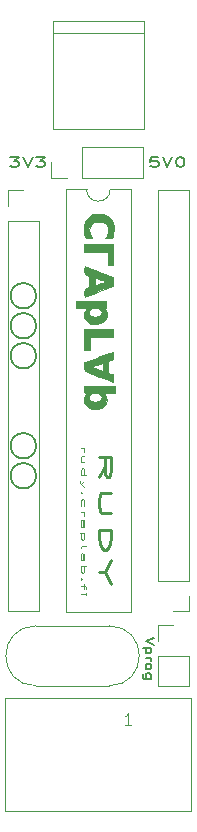
<source format=gto>
G04 #@! TF.FileFunction,Legend,Top*
%FSLAX46Y46*%
G04 Gerber Fmt 4.6, Leading zero omitted, Abs format (unit mm)*
G04 Created by KiCad (PCBNEW 4.0.7-e1-6374~58~ubuntu16.04.1) date Thu Aug 10 00:36:04 2017*
%MOMM*%
%LPD*%
G01*
G04 APERTURE LIST*
%ADD10C,0.100000*%
%ADD11C,0.200000*%
%ADD12C,0.175000*%
%ADD13C,0.250000*%
%ADD14C,0.120000*%
%ADD15C,0.010000*%
G04 APERTURE END LIST*
D10*
D11*
X70927631Y-93980000D02*
G75*
G03X70927631Y-93980000I-1077631J0D01*
G01*
X70927631Y-91440000D02*
G75*
G03X70927631Y-91440000I-1077631J0D01*
G01*
X70927631Y-83820000D02*
G75*
G03X70927631Y-83820000I-1077631J0D01*
G01*
X70927631Y-81280000D02*
G75*
G03X70927631Y-81280000I-1077631J0D01*
G01*
X70927631Y-78740000D02*
G75*
G03X70927631Y-78740000I-1077631J0D01*
G01*
D12*
X80901333Y-107673999D02*
X80201333Y-107973999D01*
X80901333Y-108273999D01*
X80668000Y-108574000D02*
X79968000Y-108574000D01*
X80634667Y-108574000D02*
X80668000Y-108659714D01*
X80668000Y-108831143D01*
X80634667Y-108916857D01*
X80601333Y-108959714D01*
X80534667Y-109002571D01*
X80334667Y-109002571D01*
X80268000Y-108959714D01*
X80234667Y-108916857D01*
X80201333Y-108831143D01*
X80201333Y-108659714D01*
X80234667Y-108574000D01*
X80201333Y-109388286D02*
X80668000Y-109388286D01*
X80534667Y-109388286D02*
X80601333Y-109431143D01*
X80634667Y-109474000D01*
X80668000Y-109559714D01*
X80668000Y-109645429D01*
X80201333Y-110074000D02*
X80234667Y-109988286D01*
X80268000Y-109945429D01*
X80334667Y-109902572D01*
X80534667Y-109902572D01*
X80601333Y-109945429D01*
X80634667Y-109988286D01*
X80668000Y-110074000D01*
X80668000Y-110202572D01*
X80634667Y-110288286D01*
X80601333Y-110331143D01*
X80534667Y-110374000D01*
X80334667Y-110374000D01*
X80268000Y-110331143D01*
X80234667Y-110288286D01*
X80201333Y-110202572D01*
X80201333Y-110074000D01*
X80668000Y-111145429D02*
X80101333Y-111145429D01*
X80034667Y-111102572D01*
X80001333Y-111059715D01*
X79968000Y-110974000D01*
X79968000Y-110845429D01*
X80001333Y-110759715D01*
X80234667Y-111145429D02*
X80201333Y-111059715D01*
X80201333Y-110888286D01*
X80234667Y-110802572D01*
X80268000Y-110759715D01*
X80334667Y-110716858D01*
X80534667Y-110716858D01*
X80601333Y-110759715D01*
X80634667Y-110802572D01*
X80668000Y-110888286D01*
X80668000Y-111059715D01*
X80634667Y-111145429D01*
D11*
X81242001Y-66998905D02*
X80670572Y-66998905D01*
X80613429Y-67379857D01*
X80670572Y-67341762D01*
X80784858Y-67303667D01*
X81070572Y-67303667D01*
X81184858Y-67341762D01*
X81242001Y-67379857D01*
X81299144Y-67456048D01*
X81299144Y-67646524D01*
X81242001Y-67722714D01*
X81184858Y-67760810D01*
X81070572Y-67798905D01*
X80784858Y-67798905D01*
X80670572Y-67760810D01*
X80613429Y-67722714D01*
X81642001Y-66998905D02*
X82042001Y-67798905D01*
X82442001Y-66998905D01*
X83070572Y-66998905D02*
X83184857Y-66998905D01*
X83299143Y-67037000D01*
X83356286Y-67075095D01*
X83413429Y-67151286D01*
X83470572Y-67303667D01*
X83470572Y-67494143D01*
X83413429Y-67646524D01*
X83356286Y-67722714D01*
X83299143Y-67760810D01*
X83184857Y-67798905D01*
X83070572Y-67798905D01*
X82956286Y-67760810D01*
X82899143Y-67722714D01*
X82842000Y-67646524D01*
X82784857Y-67494143D01*
X82784857Y-67303667D01*
X82842000Y-67151286D01*
X82899143Y-67075095D01*
X82956286Y-67037000D01*
X83070572Y-66998905D01*
X68745287Y-66998905D02*
X69488144Y-66998905D01*
X69088144Y-67303667D01*
X69259572Y-67303667D01*
X69373858Y-67341762D01*
X69431001Y-67379857D01*
X69488144Y-67456048D01*
X69488144Y-67646524D01*
X69431001Y-67722714D01*
X69373858Y-67760810D01*
X69259572Y-67798905D01*
X68916715Y-67798905D01*
X68802429Y-67760810D01*
X68745287Y-67722714D01*
X69831001Y-66998905D02*
X70231001Y-67798905D01*
X70631001Y-66998905D01*
X70916715Y-66998905D02*
X71659572Y-66998905D01*
X71259572Y-67303667D01*
X71431000Y-67303667D01*
X71545286Y-67341762D01*
X71602429Y-67379857D01*
X71659572Y-67456048D01*
X71659572Y-67646524D01*
X71602429Y-67722714D01*
X71545286Y-67760810D01*
X71431000Y-67798905D01*
X71088143Y-67798905D01*
X70973857Y-67760810D01*
X70916715Y-67722714D01*
D10*
X74749048Y-91590001D02*
X75015714Y-91590001D01*
X74939524Y-91590001D02*
X74977619Y-91647144D01*
X74996667Y-91704287D01*
X75015714Y-91818573D01*
X75015714Y-91932858D01*
X75015714Y-92847144D02*
X74749048Y-92847144D01*
X75015714Y-92332858D02*
X74806190Y-92332858D01*
X74768095Y-92390001D01*
X74749048Y-92504287D01*
X74749048Y-92675715D01*
X74768095Y-92790001D01*
X74787143Y-92847144D01*
X74749048Y-93932858D02*
X75149048Y-93932858D01*
X74768095Y-93932858D02*
X74749048Y-93818572D01*
X74749048Y-93590001D01*
X74768095Y-93475715D01*
X74787143Y-93418572D01*
X74825238Y-93361429D01*
X74939524Y-93361429D01*
X74977619Y-93418572D01*
X74996667Y-93475715D01*
X75015714Y-93590001D01*
X75015714Y-93818572D01*
X74996667Y-93932858D01*
X75015714Y-94390001D02*
X74749048Y-94675715D01*
X75015714Y-94961429D02*
X74749048Y-94675715D01*
X74653810Y-94561429D01*
X74634762Y-94504286D01*
X74615714Y-94390001D01*
X74787143Y-95418572D02*
X74768095Y-95475715D01*
X74749048Y-95418572D01*
X74768095Y-95361429D01*
X74787143Y-95418572D01*
X74749048Y-95418572D01*
X74768095Y-96504287D02*
X74749048Y-96390001D01*
X74749048Y-96161430D01*
X74768095Y-96047144D01*
X74787143Y-95990001D01*
X74825238Y-95932858D01*
X74939524Y-95932858D01*
X74977619Y-95990001D01*
X74996667Y-96047144D01*
X75015714Y-96161430D01*
X75015714Y-96390001D01*
X74996667Y-96504287D01*
X74749048Y-97018572D02*
X75015714Y-97018572D01*
X74939524Y-97018572D02*
X74977619Y-97075715D01*
X74996667Y-97132858D01*
X75015714Y-97247144D01*
X75015714Y-97361429D01*
X74749048Y-98275715D02*
X74958571Y-98275715D01*
X74996667Y-98218572D01*
X75015714Y-98104286D01*
X75015714Y-97875715D01*
X74996667Y-97761429D01*
X74768095Y-98275715D02*
X74749048Y-98161429D01*
X74749048Y-97875715D01*
X74768095Y-97761429D01*
X74806190Y-97704286D01*
X74844286Y-97704286D01*
X74882381Y-97761429D01*
X74901429Y-97875715D01*
X74901429Y-98161429D01*
X74920476Y-98275715D01*
X75015714Y-98847143D02*
X74615714Y-98847143D01*
X74996667Y-98847143D02*
X75015714Y-98961429D01*
X75015714Y-99190000D01*
X74996667Y-99304286D01*
X74977619Y-99361429D01*
X74939524Y-99418572D01*
X74825238Y-99418572D01*
X74787143Y-99361429D01*
X74768095Y-99304286D01*
X74749048Y-99190000D01*
X74749048Y-98961429D01*
X74768095Y-98847143D01*
X74749048Y-100104286D02*
X74768095Y-99990000D01*
X74806190Y-99932857D01*
X75149048Y-99932857D01*
X74749048Y-101075714D02*
X74958571Y-101075714D01*
X74996667Y-101018571D01*
X75015714Y-100904285D01*
X75015714Y-100675714D01*
X74996667Y-100561428D01*
X74768095Y-101075714D02*
X74749048Y-100961428D01*
X74749048Y-100675714D01*
X74768095Y-100561428D01*
X74806190Y-100504285D01*
X74844286Y-100504285D01*
X74882381Y-100561428D01*
X74901429Y-100675714D01*
X74901429Y-100961428D01*
X74920476Y-101075714D01*
X74749048Y-101647142D02*
X75149048Y-101647142D01*
X74996667Y-101647142D02*
X75015714Y-101761428D01*
X75015714Y-101989999D01*
X74996667Y-102104285D01*
X74977619Y-102161428D01*
X74939524Y-102218571D01*
X74825238Y-102218571D01*
X74787143Y-102161428D01*
X74768095Y-102104285D01*
X74749048Y-101989999D01*
X74749048Y-101761428D01*
X74768095Y-101647142D01*
X74787143Y-102732856D02*
X74768095Y-102789999D01*
X74749048Y-102732856D01*
X74768095Y-102675713D01*
X74787143Y-102732856D01*
X74749048Y-102732856D01*
X75015714Y-103132857D02*
X75015714Y-103590000D01*
X74749048Y-103304285D02*
X75091905Y-103304285D01*
X75130000Y-103361428D01*
X75149048Y-103475714D01*
X75149048Y-103590000D01*
X74749048Y-103989999D02*
X75015714Y-103989999D01*
X75149048Y-103989999D02*
X75130000Y-103932856D01*
X75110952Y-103989999D01*
X75130000Y-104047142D01*
X75149048Y-103989999D01*
X75110952Y-103989999D01*
D13*
X76255619Y-94122571D02*
X76731810Y-93122571D01*
X76255619Y-92408286D02*
X77255619Y-92408286D01*
X77255619Y-93551143D01*
X77208000Y-93836857D01*
X77160381Y-93979714D01*
X77065143Y-94122571D01*
X76922286Y-94122571D01*
X76827048Y-93979714D01*
X76779429Y-93836857D01*
X76731810Y-93551143D01*
X76731810Y-92408286D01*
X77255619Y-95408286D02*
X76446095Y-95408286D01*
X76350857Y-95551143D01*
X76303238Y-95694000D01*
X76255619Y-95979714D01*
X76255619Y-96551143D01*
X76303238Y-96836857D01*
X76350857Y-96979714D01*
X76446095Y-97122571D01*
X77255619Y-97122571D01*
X76255619Y-98551143D02*
X77255619Y-98551143D01*
X77255619Y-99265428D01*
X77208000Y-99694000D01*
X77112762Y-99979714D01*
X77017524Y-100122571D01*
X76827048Y-100265428D01*
X76684190Y-100265428D01*
X76493714Y-100122571D01*
X76398476Y-99979714D01*
X76303238Y-99694000D01*
X76255619Y-99265428D01*
X76255619Y-98551143D01*
X76731810Y-102122571D02*
X76255619Y-102122571D01*
X77255619Y-101122571D02*
X76731810Y-102122571D01*
X77255619Y-103122571D01*
D14*
X84070000Y-122402000D02*
X68330000Y-122402000D01*
X68330000Y-122402000D02*
X68330000Y-112802000D01*
X68330000Y-112802000D02*
X84070000Y-112802000D01*
X84070000Y-112802000D02*
X84070000Y-122402000D01*
X75200000Y-69730000D02*
X73430000Y-69730000D01*
X73430000Y-69730000D02*
X73430000Y-105530000D01*
X73430000Y-105530000D02*
X78970000Y-105530000D01*
X78970000Y-105530000D02*
X78970000Y-69730000D01*
X78970000Y-69730000D02*
X77200000Y-69730000D01*
X77200000Y-69730000D02*
G75*
G02X75200000Y-69730000I-1000000J0D01*
G01*
X77139000Y-111745000D02*
X70889000Y-111745000D01*
X77139000Y-106695000D02*
X70889000Y-106695000D01*
X77139000Y-106695000D02*
G75*
G02X77139000Y-111745000I0J-2525000D01*
G01*
X70889000Y-106695000D02*
G75*
G03X70889000Y-111745000I0J-2525000D01*
G01*
X79943000Y-68767000D02*
X79943000Y-66107000D01*
X74803000Y-68767000D02*
X79943000Y-68767000D01*
X74803000Y-66107000D02*
X79943000Y-66107000D01*
X74803000Y-68767000D02*
X74803000Y-66107000D01*
X73533000Y-68767000D02*
X72203000Y-68767000D01*
X72203000Y-68767000D02*
X72203000Y-67437000D01*
X81220000Y-111820000D02*
X83880000Y-111820000D01*
X81220000Y-109220000D02*
X81220000Y-111820000D01*
X83880000Y-109220000D02*
X83880000Y-111820000D01*
X81220000Y-109220000D02*
X83880000Y-109220000D01*
X81220000Y-107950000D02*
X81220000Y-106620000D01*
X81220000Y-106620000D02*
X82550000Y-106620000D01*
X68520000Y-72390000D02*
X68520000Y-105470000D01*
X68520000Y-105470000D02*
X71180000Y-105470000D01*
X71180000Y-105470000D02*
X71180000Y-72390000D01*
X71180000Y-72390000D02*
X68520000Y-72390000D01*
X68520000Y-71120000D02*
X68520000Y-69790000D01*
X68520000Y-69790000D02*
X69850000Y-69790000D01*
X83880000Y-102870000D02*
X83880000Y-69790000D01*
X83880000Y-69790000D02*
X81220000Y-69790000D01*
X81220000Y-69790000D02*
X81220000Y-102870000D01*
X81220000Y-102870000D02*
X83880000Y-102870000D01*
X83880000Y-104140000D02*
X83880000Y-105470000D01*
X83880000Y-105470000D02*
X82550000Y-105470000D01*
X80050000Y-56456000D02*
X72350000Y-56456000D01*
X80050000Y-55456000D02*
X72350000Y-55456000D01*
X72350000Y-55456000D02*
X72350000Y-64656000D01*
X72350000Y-64656000D02*
X80050000Y-64656000D01*
X80050000Y-64656000D02*
X80050000Y-55456000D01*
D15*
G36*
X76874514Y-80631661D02*
X76760454Y-80820025D01*
X76585665Y-80969404D01*
X76366300Y-81076270D01*
X76118514Y-81137095D01*
X75858461Y-81148351D01*
X75602296Y-81106510D01*
X75366172Y-81008044D01*
X75310703Y-80973173D01*
X75123624Y-80800418D01*
X75009703Y-80593869D01*
X74971163Y-80365952D01*
X75010225Y-80129093D01*
X75120344Y-79908424D01*
X75223782Y-79756000D01*
X74295000Y-79756000D01*
X74295000Y-79163333D01*
X75891841Y-79163333D01*
X75891841Y-79764542D01*
X75693946Y-79800174D01*
X75538408Y-79877383D01*
X75435194Y-79988347D01*
X75394271Y-80125241D01*
X75425605Y-80280240D01*
X75441408Y-80312700D01*
X75510609Y-80386590D01*
X75618358Y-80452757D01*
X75630548Y-80458084D01*
X75814809Y-80506323D01*
X76012276Y-80511859D01*
X76199563Y-80478837D01*
X76353283Y-80411404D01*
X76450051Y-80313705D01*
X76450593Y-80312700D01*
X76495359Y-80153589D01*
X76464105Y-80005633D01*
X76365431Y-79882821D01*
X76207936Y-79799145D01*
X76122126Y-79778314D01*
X75891841Y-79764542D01*
X75891841Y-79163333D01*
X76877333Y-79163333D01*
X76877333Y-79459667D01*
X76875952Y-79614423D01*
X76867135Y-79702985D01*
X76843879Y-79743823D01*
X76799177Y-79755406D01*
X76764939Y-79756000D01*
X76688299Y-79761111D01*
X76685345Y-79788935D01*
X76720991Y-79831632D01*
X76837131Y-80015809D01*
X76902615Y-80238799D01*
X76911270Y-80468424D01*
X76874514Y-80631661D01*
X76874514Y-80631661D01*
G37*
X76874514Y-80631661D02*
X76760454Y-80820025D01*
X76585665Y-80969404D01*
X76366300Y-81076270D01*
X76118514Y-81137095D01*
X75858461Y-81148351D01*
X75602296Y-81106510D01*
X75366172Y-81008044D01*
X75310703Y-80973173D01*
X75123624Y-80800418D01*
X75009703Y-80593869D01*
X74971163Y-80365952D01*
X75010225Y-80129093D01*
X75120344Y-79908424D01*
X75223782Y-79756000D01*
X74295000Y-79756000D01*
X74295000Y-79163333D01*
X75891841Y-79163333D01*
X75891841Y-79764542D01*
X75693946Y-79800174D01*
X75538408Y-79877383D01*
X75435194Y-79988347D01*
X75394271Y-80125241D01*
X75425605Y-80280240D01*
X75441408Y-80312700D01*
X75510609Y-80386590D01*
X75618358Y-80452757D01*
X75630548Y-80458084D01*
X75814809Y-80506323D01*
X76012276Y-80511859D01*
X76199563Y-80478837D01*
X76353283Y-80411404D01*
X76450051Y-80313705D01*
X76450593Y-80312700D01*
X76495359Y-80153589D01*
X76464105Y-80005633D01*
X76365431Y-79882821D01*
X76207936Y-79799145D01*
X76122126Y-79778314D01*
X75891841Y-79764542D01*
X75891841Y-79163333D01*
X76877333Y-79163333D01*
X76877333Y-79459667D01*
X76875952Y-79614423D01*
X76867135Y-79702985D01*
X76843879Y-79743823D01*
X76799177Y-79755406D01*
X76764939Y-79756000D01*
X76688299Y-79761111D01*
X76685345Y-79788935D01*
X76720991Y-79831632D01*
X76837131Y-80015809D01*
X76902615Y-80238799D01*
X76911270Y-80468424D01*
X76874514Y-80631661D01*
G36*
X77502089Y-73190736D02*
X77481664Y-73377493D01*
X77447694Y-73557751D01*
X77407791Y-73691750D01*
X77333807Y-73871667D01*
X76798627Y-73871667D01*
X76903038Y-73684855D01*
X77005129Y-73435370D01*
X77039789Y-73185504D01*
X77009224Y-72950238D01*
X76915642Y-72744554D01*
X76761248Y-72583431D01*
X76738463Y-72567620D01*
X76635041Y-72506939D01*
X76534453Y-72472303D01*
X76406658Y-72456802D01*
X76242333Y-72453500D01*
X76063974Y-72457635D01*
X75940029Y-72474646D01*
X75840458Y-72511444D01*
X75746204Y-72567620D01*
X75584575Y-72722310D01*
X75483490Y-72923383D01*
X75445154Y-73155855D01*
X75471775Y-73404747D01*
X75565560Y-73655078D01*
X75581629Y-73684855D01*
X75686040Y-73871667D01*
X75150860Y-73871667D01*
X75076327Y-73691750D01*
X75018219Y-73484345D01*
X74987609Y-73230146D01*
X74985280Y-72962701D01*
X75012017Y-72715558D01*
X75050064Y-72568010D01*
X75189835Y-72283220D01*
X75388114Y-72057135D01*
X75610654Y-71903167D01*
X75727650Y-71842584D01*
X75829506Y-71805004D01*
X75943082Y-71785024D01*
X76095236Y-71777245D01*
X76242333Y-71776167D01*
X76438673Y-71778563D01*
X76577380Y-71789360D01*
X76685436Y-71813966D01*
X76789823Y-71857790D01*
X76875828Y-71903167D01*
X77131242Y-72088562D01*
X77322039Y-72327089D01*
X77446487Y-72615189D01*
X77502856Y-72949303D01*
X77502089Y-73190736D01*
X77502089Y-73190736D01*
G37*
X77502089Y-73190736D02*
X77481664Y-73377493D01*
X77447694Y-73557751D01*
X77407791Y-73691750D01*
X77333807Y-73871667D01*
X76798627Y-73871667D01*
X76903038Y-73684855D01*
X77005129Y-73435370D01*
X77039789Y-73185504D01*
X77009224Y-72950238D01*
X76915642Y-72744554D01*
X76761248Y-72583431D01*
X76738463Y-72567620D01*
X76635041Y-72506939D01*
X76534453Y-72472303D01*
X76406658Y-72456802D01*
X76242333Y-72453500D01*
X76063974Y-72457635D01*
X75940029Y-72474646D01*
X75840458Y-72511444D01*
X75746204Y-72567620D01*
X75584575Y-72722310D01*
X75483490Y-72923383D01*
X75445154Y-73155855D01*
X75471775Y-73404747D01*
X75565560Y-73655078D01*
X75581629Y-73684855D01*
X75686040Y-73871667D01*
X75150860Y-73871667D01*
X75076327Y-73691750D01*
X75018219Y-73484345D01*
X74987609Y-73230146D01*
X74985280Y-72962701D01*
X75012017Y-72715558D01*
X75050064Y-72568010D01*
X75189835Y-72283220D01*
X75388114Y-72057135D01*
X75610654Y-71903167D01*
X75727650Y-71842584D01*
X75829506Y-71805004D01*
X75943082Y-71785024D01*
X76095236Y-71777245D01*
X76242333Y-71776167D01*
X76438673Y-71778563D01*
X76577380Y-71789360D01*
X76685436Y-71813966D01*
X76789823Y-71857790D01*
X76875828Y-71903167D01*
X77131242Y-72088562D01*
X77322039Y-72327089D01*
X77446487Y-72615189D01*
X77502856Y-72949303D01*
X77502089Y-73190736D01*
G36*
X76668218Y-86952667D02*
X76771656Y-87105091D01*
X76886630Y-87336015D01*
X76923729Y-87562761D01*
X76889621Y-87776513D01*
X76790971Y-87968453D01*
X76634446Y-88129764D01*
X76426711Y-88251630D01*
X76174432Y-88325232D01*
X75884275Y-88341754D01*
X75838922Y-88338846D01*
X75555764Y-88284537D01*
X75320835Y-88176016D01*
X75140706Y-88022226D01*
X75021946Y-87832112D01*
X74971123Y-87614617D01*
X74994808Y-87378686D01*
X75039367Y-87250259D01*
X75100828Y-87130430D01*
X75165510Y-87034629D01*
X75171271Y-87028009D01*
X75212903Y-86973543D01*
X75188471Y-86954673D01*
X75127061Y-86952667D01*
X75068364Y-86949023D01*
X75034774Y-86925778D01*
X75019285Y-86864462D01*
X75014892Y-86746604D01*
X75014667Y-86656333D01*
X75014667Y-86360000D01*
X75891841Y-86360000D01*
X75891841Y-86961209D01*
X75693946Y-86996840D01*
X75538408Y-87074050D01*
X75435194Y-87185014D01*
X75394271Y-87321907D01*
X75425605Y-87476906D01*
X75441408Y-87509367D01*
X75510609Y-87583256D01*
X75618358Y-87649424D01*
X75630548Y-87654750D01*
X75814809Y-87702990D01*
X76012276Y-87708526D01*
X76199563Y-87675504D01*
X76353283Y-87608070D01*
X76450051Y-87510371D01*
X76450593Y-87509367D01*
X76495359Y-87350256D01*
X76464105Y-87202300D01*
X76365431Y-87079488D01*
X76207936Y-86995811D01*
X76122126Y-86974981D01*
X75891841Y-86961209D01*
X75891841Y-86360000D01*
X77597000Y-86360000D01*
X77597000Y-86952667D01*
X76668218Y-86952667D01*
X76668218Y-86952667D01*
G37*
X76668218Y-86952667D02*
X76771656Y-87105091D01*
X76886630Y-87336015D01*
X76923729Y-87562761D01*
X76889621Y-87776513D01*
X76790971Y-87968453D01*
X76634446Y-88129764D01*
X76426711Y-88251630D01*
X76174432Y-88325232D01*
X75884275Y-88341754D01*
X75838922Y-88338846D01*
X75555764Y-88284537D01*
X75320835Y-88176016D01*
X75140706Y-88022226D01*
X75021946Y-87832112D01*
X74971123Y-87614617D01*
X74994808Y-87378686D01*
X75039367Y-87250259D01*
X75100828Y-87130430D01*
X75165510Y-87034629D01*
X75171271Y-87028009D01*
X75212903Y-86973543D01*
X75188471Y-86954673D01*
X75127061Y-86952667D01*
X75068364Y-86949023D01*
X75034774Y-86925778D01*
X75019285Y-86864462D01*
X75014892Y-86746604D01*
X75014667Y-86656333D01*
X75014667Y-86360000D01*
X75891841Y-86360000D01*
X75891841Y-86961209D01*
X75693946Y-86996840D01*
X75538408Y-87074050D01*
X75435194Y-87185014D01*
X75394271Y-87321907D01*
X75425605Y-87476906D01*
X75441408Y-87509367D01*
X75510609Y-87583256D01*
X75618358Y-87649424D01*
X75630548Y-87654750D01*
X75814809Y-87702990D01*
X76012276Y-87708526D01*
X76199563Y-87675504D01*
X76353283Y-87608070D01*
X76450051Y-87510371D01*
X76450593Y-87509367D01*
X76495359Y-87350256D01*
X76464105Y-87202300D01*
X76365431Y-87079488D01*
X76207936Y-86995811D01*
X76122126Y-86974981D01*
X75891841Y-86961209D01*
X75891841Y-86360000D01*
X77597000Y-86360000D01*
X77597000Y-86952667D01*
X76668218Y-86952667D01*
G36*
X77004333Y-76115333D02*
X77004333Y-75014667D01*
X75014667Y-75014667D01*
X75014667Y-74379667D01*
X77470000Y-74379667D01*
X77470000Y-76115333D01*
X77004333Y-76115333D01*
X77004333Y-76115333D01*
G37*
X77004333Y-76115333D02*
X77004333Y-75014667D01*
X75014667Y-75014667D01*
X75014667Y-74379667D01*
X77470000Y-74379667D01*
X77470000Y-76115333D01*
X77004333Y-76115333D01*
G36*
X76279063Y-78360536D02*
X75978517Y-78472335D01*
X75703264Y-78574749D01*
X75463422Y-78664010D01*
X75269113Y-78736352D01*
X75130455Y-78788008D01*
X75057568Y-78815211D01*
X75049541Y-78818229D01*
X75032394Y-78786716D01*
X75022825Y-78688168D01*
X75022294Y-78539998D01*
X75023395Y-78506085D01*
X75035833Y-78179210D01*
X75226333Y-78104864D01*
X75416833Y-78030517D01*
X75416833Y-77036482D01*
X75226333Y-76962136D01*
X75035833Y-76887789D01*
X75023395Y-76560915D01*
X75021952Y-76404941D01*
X75029837Y-76295121D01*
X75045591Y-76248867D01*
X75049541Y-76248770D01*
X75097571Y-76266730D01*
X75214838Y-76310433D01*
X75391224Y-76376113D01*
X75616607Y-76460003D01*
X75880869Y-76558336D01*
X75925514Y-76574944D01*
X75925514Y-77216000D01*
X75915070Y-77254880D01*
X75907345Y-77357725D01*
X75903762Y-77503843D01*
X75903667Y-77533500D01*
X75906474Y-77685273D01*
X75913900Y-77797542D01*
X75924450Y-77849616D01*
X75926592Y-77851000D01*
X75974798Y-77837868D01*
X76081652Y-77803171D01*
X76226970Y-77753961D01*
X76390569Y-77697288D01*
X76552265Y-77640202D01*
X76691873Y-77589754D01*
X76789211Y-77552996D01*
X76823889Y-77537556D01*
X76791753Y-77520362D01*
X76698533Y-77482909D01*
X76563353Y-77432044D01*
X76405341Y-77374610D01*
X76243622Y-77317455D01*
X76097321Y-77267424D01*
X75985565Y-77231363D01*
X75927480Y-77216117D01*
X75925514Y-77216000D01*
X75925514Y-76574944D01*
X76173891Y-76667344D01*
X76279063Y-76706464D01*
X77470000Y-77149428D01*
X77470000Y-77917571D01*
X76279063Y-78360536D01*
X76279063Y-78360536D01*
G37*
X76279063Y-78360536D02*
X75978517Y-78472335D01*
X75703264Y-78574749D01*
X75463422Y-78664010D01*
X75269113Y-78736352D01*
X75130455Y-78788008D01*
X75057568Y-78815211D01*
X75049541Y-78818229D01*
X75032394Y-78786716D01*
X75022825Y-78688168D01*
X75022294Y-78539998D01*
X75023395Y-78506085D01*
X75035833Y-78179210D01*
X75226333Y-78104864D01*
X75416833Y-78030517D01*
X75416833Y-77036482D01*
X75226333Y-76962136D01*
X75035833Y-76887789D01*
X75023395Y-76560915D01*
X75021952Y-76404941D01*
X75029837Y-76295121D01*
X75045591Y-76248867D01*
X75049541Y-76248770D01*
X75097571Y-76266730D01*
X75214838Y-76310433D01*
X75391224Y-76376113D01*
X75616607Y-76460003D01*
X75880869Y-76558336D01*
X75925514Y-76574944D01*
X75925514Y-77216000D01*
X75915070Y-77254880D01*
X75907345Y-77357725D01*
X75903762Y-77503843D01*
X75903667Y-77533500D01*
X75906474Y-77685273D01*
X75913900Y-77797542D01*
X75924450Y-77849616D01*
X75926592Y-77851000D01*
X75974798Y-77837868D01*
X76081652Y-77803171D01*
X76226970Y-77753961D01*
X76390569Y-77697288D01*
X76552265Y-77640202D01*
X76691873Y-77589754D01*
X76789211Y-77552996D01*
X76823889Y-77537556D01*
X76791753Y-77520362D01*
X76698533Y-77482909D01*
X76563353Y-77432044D01*
X76405341Y-77374610D01*
X76243622Y-77317455D01*
X76097321Y-77267424D01*
X75985565Y-77231363D01*
X75927480Y-77216117D01*
X75925514Y-77216000D01*
X75925514Y-76574944D01*
X76173891Y-76667344D01*
X76279063Y-76706464D01*
X77470000Y-77149428D01*
X77470000Y-77917571D01*
X76279063Y-78360536D01*
G36*
X75480333Y-82211333D02*
X75480333Y-83312000D01*
X75014667Y-83312000D01*
X75014667Y-81576333D01*
X77470000Y-81576333D01*
X77470000Y-82211333D01*
X75480333Y-82211333D01*
X75480333Y-82211333D01*
G37*
X75480333Y-82211333D02*
X75480333Y-83312000D01*
X75014667Y-83312000D01*
X75014667Y-81576333D01*
X77470000Y-81576333D01*
X77470000Y-82211333D01*
X75480333Y-82211333D01*
G36*
X77258333Y-84179833D02*
X77046667Y-84250138D01*
X77046667Y-85252529D01*
X77258334Y-85322833D01*
X77470000Y-85393138D01*
X77470000Y-85707235D01*
X77466073Y-85858039D01*
X77455694Y-85969178D01*
X77440964Y-86019882D01*
X77438250Y-86020999D01*
X77391987Y-86006734D01*
X77276453Y-85966537D01*
X77101713Y-85904042D01*
X76877834Y-85822884D01*
X76614879Y-85726699D01*
X76322916Y-85619122D01*
X76221167Y-85581463D01*
X75035833Y-85142261D01*
X75023656Y-84755856D01*
X75011478Y-84369450D01*
X75129489Y-84324409D01*
X75315130Y-84254176D01*
X75540730Y-84169804D01*
X75794557Y-84075582D01*
X76064881Y-83975797D01*
X76339969Y-83874739D01*
X76581000Y-83786601D01*
X76581000Y-84420131D01*
X76115333Y-84573974D01*
X75932334Y-84636335D01*
X75783148Y-84690796D01*
X75683666Y-84731304D01*
X75649667Y-84751333D01*
X75687348Y-84773023D01*
X75789798Y-84814403D01*
X75941127Y-84869422D01*
X76115333Y-84928692D01*
X76581000Y-85082536D01*
X76581000Y-84420131D01*
X76581000Y-83786601D01*
X76608091Y-83776694D01*
X76857514Y-83685951D01*
X77076508Y-83606799D01*
X77253341Y-83543525D01*
X77376281Y-83500417D01*
X77433597Y-83481764D01*
X77435983Y-83481333D01*
X77452321Y-83520188D01*
X77464370Y-83622887D01*
X77469877Y-83768632D01*
X77470000Y-83795431D01*
X77470000Y-84109529D01*
X77258333Y-84179833D01*
X77258333Y-84179833D01*
G37*
X77258333Y-84179833D02*
X77046667Y-84250138D01*
X77046667Y-85252529D01*
X77258334Y-85322833D01*
X77470000Y-85393138D01*
X77470000Y-85707235D01*
X77466073Y-85858039D01*
X77455694Y-85969178D01*
X77440964Y-86019882D01*
X77438250Y-86020999D01*
X77391987Y-86006734D01*
X77276453Y-85966537D01*
X77101713Y-85904042D01*
X76877834Y-85822884D01*
X76614879Y-85726699D01*
X76322916Y-85619122D01*
X76221167Y-85581463D01*
X75035833Y-85142261D01*
X75023656Y-84755856D01*
X75011478Y-84369450D01*
X75129489Y-84324409D01*
X75315130Y-84254176D01*
X75540730Y-84169804D01*
X75794557Y-84075582D01*
X76064881Y-83975797D01*
X76339969Y-83874739D01*
X76581000Y-83786601D01*
X76581000Y-84420131D01*
X76115333Y-84573974D01*
X75932334Y-84636335D01*
X75783148Y-84690796D01*
X75683666Y-84731304D01*
X75649667Y-84751333D01*
X75687348Y-84773023D01*
X75789798Y-84814403D01*
X75941127Y-84869422D01*
X76115333Y-84928692D01*
X76581000Y-85082536D01*
X76581000Y-84420131D01*
X76581000Y-83786601D01*
X76608091Y-83776694D01*
X76857514Y-83685951D01*
X77076508Y-83606799D01*
X77253341Y-83543525D01*
X77376281Y-83500417D01*
X77433597Y-83481764D01*
X77435983Y-83481333D01*
X77452321Y-83520188D01*
X77464370Y-83622887D01*
X77469877Y-83768632D01*
X77470000Y-83795431D01*
X77470000Y-84109529D01*
X77258333Y-84179833D01*
D14*
X79005715Y-115064381D02*
X78434286Y-115064381D01*
X78720000Y-115064381D02*
X78720000Y-114064381D01*
X78624762Y-114207238D01*
X78529524Y-114302476D01*
X78434286Y-114350095D01*
M02*

</source>
